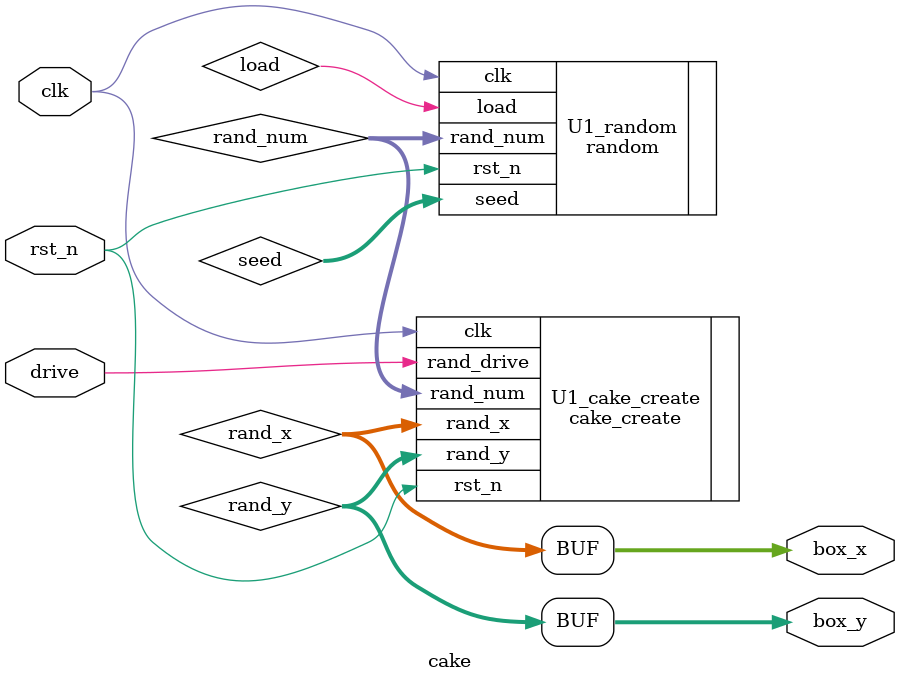
<source format=v>
`timescale 1 ns/ 1 ns
module cake(

    input clk,

    input rst_n,

    input drive,

    output wire[9:0]box_x,

    output wire[9:0]box_y

    );

    //两个例化模块

    wire [8:0]rand_num;
    wire [9:0]rand_x;
    wire [9:0]rand_y;
    wire rand_drive,load;
	 wire [8:0]seed;

    random U1_random(

            .clk(clk),

            .rst_n(rst_n),

            .seed(seed),

            .load(load),

            .rand_num(rand_num)//一共需要生成两个随机数在cake_create模块调用两次 

            );

    //随机生成模块


   

    cake_create U1_cake_create(

                    .clk(clk),

                    .rst_n(rst_n),

                    .rand_num(rand_num),

                    .rand_drive(drive),

                    .rand_x(rand_x),

                    .rand_y(rand_y)

                    );

      assign box_x = rand_x;//随机数坐标对应蛋糕坐标

      assign box_y = rand_y;

    

    

endmodule
</source>
